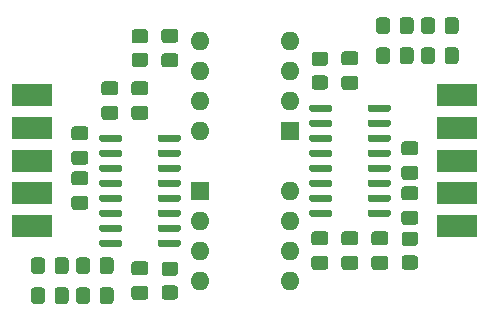
<source format=gbr>
%TF.GenerationSoftware,KiCad,Pcbnew,5.1.8*%
%TF.CreationDate,2020-11-15T10:57:14+00:00*%
%TF.ProjectId,rs232Isolator,72733233-3249-4736-9f6c-61746f722e6b,rev?*%
%TF.SameCoordinates,PX4421680PY42d7d10*%
%TF.FileFunction,Soldermask,Top*%
%TF.FilePolarity,Negative*%
%FSLAX46Y46*%
G04 Gerber Fmt 4.6, Leading zero omitted, Abs format (unit mm)*
G04 Created by KiCad (PCBNEW 5.1.8) date 2020-11-15 10:57:14*
%MOMM*%
%LPD*%
G01*
G04 APERTURE LIST*
%ADD10R,3.480000X1.846667*%
%ADD11O,1.600000X1.600000*%
%ADD12R,1.600000X1.600000*%
G04 APERTURE END LIST*
%TO.C,U4*%
G36*
G01*
X27390000Y-19295000D02*
X27390000Y-19595000D01*
G75*
G02*
X27240000Y-19745000I-150000J0D01*
G01*
X25590000Y-19745000D01*
G75*
G02*
X25440000Y-19595000I0J150000D01*
G01*
X25440000Y-19295000D01*
G75*
G02*
X25590000Y-19145000I150000J0D01*
G01*
X27240000Y-19145000D01*
G75*
G02*
X27390000Y-19295000I0J-150000D01*
G01*
G37*
G36*
G01*
X27390000Y-18025000D02*
X27390000Y-18325000D01*
G75*
G02*
X27240000Y-18475000I-150000J0D01*
G01*
X25590000Y-18475000D01*
G75*
G02*
X25440000Y-18325000I0J150000D01*
G01*
X25440000Y-18025000D01*
G75*
G02*
X25590000Y-17875000I150000J0D01*
G01*
X27240000Y-17875000D01*
G75*
G02*
X27390000Y-18025000I0J-150000D01*
G01*
G37*
G36*
G01*
X27390000Y-16755000D02*
X27390000Y-17055000D01*
G75*
G02*
X27240000Y-17205000I-150000J0D01*
G01*
X25590000Y-17205000D01*
G75*
G02*
X25440000Y-17055000I0J150000D01*
G01*
X25440000Y-16755000D01*
G75*
G02*
X25590000Y-16605000I150000J0D01*
G01*
X27240000Y-16605000D01*
G75*
G02*
X27390000Y-16755000I0J-150000D01*
G01*
G37*
G36*
G01*
X27390000Y-15485000D02*
X27390000Y-15785000D01*
G75*
G02*
X27240000Y-15935000I-150000J0D01*
G01*
X25590000Y-15935000D01*
G75*
G02*
X25440000Y-15785000I0J150000D01*
G01*
X25440000Y-15485000D01*
G75*
G02*
X25590000Y-15335000I150000J0D01*
G01*
X27240000Y-15335000D01*
G75*
G02*
X27390000Y-15485000I0J-150000D01*
G01*
G37*
G36*
G01*
X27390000Y-14215000D02*
X27390000Y-14515000D01*
G75*
G02*
X27240000Y-14665000I-150000J0D01*
G01*
X25590000Y-14665000D01*
G75*
G02*
X25440000Y-14515000I0J150000D01*
G01*
X25440000Y-14215000D01*
G75*
G02*
X25590000Y-14065000I150000J0D01*
G01*
X27240000Y-14065000D01*
G75*
G02*
X27390000Y-14215000I0J-150000D01*
G01*
G37*
G36*
G01*
X27390000Y-12945000D02*
X27390000Y-13245000D01*
G75*
G02*
X27240000Y-13395000I-150000J0D01*
G01*
X25590000Y-13395000D01*
G75*
G02*
X25440000Y-13245000I0J150000D01*
G01*
X25440000Y-12945000D01*
G75*
G02*
X25590000Y-12795000I150000J0D01*
G01*
X27240000Y-12795000D01*
G75*
G02*
X27390000Y-12945000I0J-150000D01*
G01*
G37*
G36*
G01*
X27390000Y-11675000D02*
X27390000Y-11975000D01*
G75*
G02*
X27240000Y-12125000I-150000J0D01*
G01*
X25590000Y-12125000D01*
G75*
G02*
X25440000Y-11975000I0J150000D01*
G01*
X25440000Y-11675000D01*
G75*
G02*
X25590000Y-11525000I150000J0D01*
G01*
X27240000Y-11525000D01*
G75*
G02*
X27390000Y-11675000I0J-150000D01*
G01*
G37*
G36*
G01*
X27390000Y-10405000D02*
X27390000Y-10705000D01*
G75*
G02*
X27240000Y-10855000I-150000J0D01*
G01*
X25590000Y-10855000D01*
G75*
G02*
X25440000Y-10705000I0J150000D01*
G01*
X25440000Y-10405000D01*
G75*
G02*
X25590000Y-10255000I150000J0D01*
G01*
X27240000Y-10255000D01*
G75*
G02*
X27390000Y-10405000I0J-150000D01*
G01*
G37*
G36*
G01*
X32340000Y-10405000D02*
X32340000Y-10705000D01*
G75*
G02*
X32190000Y-10855000I-150000J0D01*
G01*
X30540000Y-10855000D01*
G75*
G02*
X30390000Y-10705000I0J150000D01*
G01*
X30390000Y-10405000D01*
G75*
G02*
X30540000Y-10255000I150000J0D01*
G01*
X32190000Y-10255000D01*
G75*
G02*
X32340000Y-10405000I0J-150000D01*
G01*
G37*
G36*
G01*
X32340000Y-11675000D02*
X32340000Y-11975000D01*
G75*
G02*
X32190000Y-12125000I-150000J0D01*
G01*
X30540000Y-12125000D01*
G75*
G02*
X30390000Y-11975000I0J150000D01*
G01*
X30390000Y-11675000D01*
G75*
G02*
X30540000Y-11525000I150000J0D01*
G01*
X32190000Y-11525000D01*
G75*
G02*
X32340000Y-11675000I0J-150000D01*
G01*
G37*
G36*
G01*
X32340000Y-12945000D02*
X32340000Y-13245000D01*
G75*
G02*
X32190000Y-13395000I-150000J0D01*
G01*
X30540000Y-13395000D01*
G75*
G02*
X30390000Y-13245000I0J150000D01*
G01*
X30390000Y-12945000D01*
G75*
G02*
X30540000Y-12795000I150000J0D01*
G01*
X32190000Y-12795000D01*
G75*
G02*
X32340000Y-12945000I0J-150000D01*
G01*
G37*
G36*
G01*
X32340000Y-14215000D02*
X32340000Y-14515000D01*
G75*
G02*
X32190000Y-14665000I-150000J0D01*
G01*
X30540000Y-14665000D01*
G75*
G02*
X30390000Y-14515000I0J150000D01*
G01*
X30390000Y-14215000D01*
G75*
G02*
X30540000Y-14065000I150000J0D01*
G01*
X32190000Y-14065000D01*
G75*
G02*
X32340000Y-14215000I0J-150000D01*
G01*
G37*
G36*
G01*
X32340000Y-15485000D02*
X32340000Y-15785000D01*
G75*
G02*
X32190000Y-15935000I-150000J0D01*
G01*
X30540000Y-15935000D01*
G75*
G02*
X30390000Y-15785000I0J150000D01*
G01*
X30390000Y-15485000D01*
G75*
G02*
X30540000Y-15335000I150000J0D01*
G01*
X32190000Y-15335000D01*
G75*
G02*
X32340000Y-15485000I0J-150000D01*
G01*
G37*
G36*
G01*
X32340000Y-16755000D02*
X32340000Y-17055000D01*
G75*
G02*
X32190000Y-17205000I-150000J0D01*
G01*
X30540000Y-17205000D01*
G75*
G02*
X30390000Y-17055000I0J150000D01*
G01*
X30390000Y-16755000D01*
G75*
G02*
X30540000Y-16605000I150000J0D01*
G01*
X32190000Y-16605000D01*
G75*
G02*
X32340000Y-16755000I0J-150000D01*
G01*
G37*
G36*
G01*
X32340000Y-18025000D02*
X32340000Y-18325000D01*
G75*
G02*
X32190000Y-18475000I-150000J0D01*
G01*
X30540000Y-18475000D01*
G75*
G02*
X30390000Y-18325000I0J150000D01*
G01*
X30390000Y-18025000D01*
G75*
G02*
X30540000Y-17875000I150000J0D01*
G01*
X32190000Y-17875000D01*
G75*
G02*
X32340000Y-18025000I0J-150000D01*
G01*
G37*
G36*
G01*
X32340000Y-19295000D02*
X32340000Y-19595000D01*
G75*
G02*
X32190000Y-19745000I-150000J0D01*
G01*
X30540000Y-19745000D01*
G75*
G02*
X30390000Y-19595000I0J150000D01*
G01*
X30390000Y-19295000D01*
G75*
G02*
X30540000Y-19145000I150000J0D01*
G01*
X32190000Y-19145000D01*
G75*
G02*
X32340000Y-19295000I0J-150000D01*
G01*
G37*
%TD*%
%TO.C,U1*%
G36*
G01*
X12610000Y-13245000D02*
X12610000Y-12945000D01*
G75*
G02*
X12760000Y-12795000I150000J0D01*
G01*
X14410000Y-12795000D01*
G75*
G02*
X14560000Y-12945000I0J-150000D01*
G01*
X14560000Y-13245000D01*
G75*
G02*
X14410000Y-13395000I-150000J0D01*
G01*
X12760000Y-13395000D01*
G75*
G02*
X12610000Y-13245000I0J150000D01*
G01*
G37*
G36*
G01*
X12610000Y-14515000D02*
X12610000Y-14215000D01*
G75*
G02*
X12760000Y-14065000I150000J0D01*
G01*
X14410000Y-14065000D01*
G75*
G02*
X14560000Y-14215000I0J-150000D01*
G01*
X14560000Y-14515000D01*
G75*
G02*
X14410000Y-14665000I-150000J0D01*
G01*
X12760000Y-14665000D01*
G75*
G02*
X12610000Y-14515000I0J150000D01*
G01*
G37*
G36*
G01*
X12610000Y-15785000D02*
X12610000Y-15485000D01*
G75*
G02*
X12760000Y-15335000I150000J0D01*
G01*
X14410000Y-15335000D01*
G75*
G02*
X14560000Y-15485000I0J-150000D01*
G01*
X14560000Y-15785000D01*
G75*
G02*
X14410000Y-15935000I-150000J0D01*
G01*
X12760000Y-15935000D01*
G75*
G02*
X12610000Y-15785000I0J150000D01*
G01*
G37*
G36*
G01*
X12610000Y-17055000D02*
X12610000Y-16755000D01*
G75*
G02*
X12760000Y-16605000I150000J0D01*
G01*
X14410000Y-16605000D01*
G75*
G02*
X14560000Y-16755000I0J-150000D01*
G01*
X14560000Y-17055000D01*
G75*
G02*
X14410000Y-17205000I-150000J0D01*
G01*
X12760000Y-17205000D01*
G75*
G02*
X12610000Y-17055000I0J150000D01*
G01*
G37*
G36*
G01*
X12610000Y-18325000D02*
X12610000Y-18025000D01*
G75*
G02*
X12760000Y-17875000I150000J0D01*
G01*
X14410000Y-17875000D01*
G75*
G02*
X14560000Y-18025000I0J-150000D01*
G01*
X14560000Y-18325000D01*
G75*
G02*
X14410000Y-18475000I-150000J0D01*
G01*
X12760000Y-18475000D01*
G75*
G02*
X12610000Y-18325000I0J150000D01*
G01*
G37*
G36*
G01*
X12610000Y-19595000D02*
X12610000Y-19295000D01*
G75*
G02*
X12760000Y-19145000I150000J0D01*
G01*
X14410000Y-19145000D01*
G75*
G02*
X14560000Y-19295000I0J-150000D01*
G01*
X14560000Y-19595000D01*
G75*
G02*
X14410000Y-19745000I-150000J0D01*
G01*
X12760000Y-19745000D01*
G75*
G02*
X12610000Y-19595000I0J150000D01*
G01*
G37*
G36*
G01*
X12610000Y-20865000D02*
X12610000Y-20565000D01*
G75*
G02*
X12760000Y-20415000I150000J0D01*
G01*
X14410000Y-20415000D01*
G75*
G02*
X14560000Y-20565000I0J-150000D01*
G01*
X14560000Y-20865000D01*
G75*
G02*
X14410000Y-21015000I-150000J0D01*
G01*
X12760000Y-21015000D01*
G75*
G02*
X12610000Y-20865000I0J150000D01*
G01*
G37*
G36*
G01*
X12610000Y-22135000D02*
X12610000Y-21835000D01*
G75*
G02*
X12760000Y-21685000I150000J0D01*
G01*
X14410000Y-21685000D01*
G75*
G02*
X14560000Y-21835000I0J-150000D01*
G01*
X14560000Y-22135000D01*
G75*
G02*
X14410000Y-22285000I-150000J0D01*
G01*
X12760000Y-22285000D01*
G75*
G02*
X12610000Y-22135000I0J150000D01*
G01*
G37*
G36*
G01*
X7660000Y-22135000D02*
X7660000Y-21835000D01*
G75*
G02*
X7810000Y-21685000I150000J0D01*
G01*
X9460000Y-21685000D01*
G75*
G02*
X9610000Y-21835000I0J-150000D01*
G01*
X9610000Y-22135000D01*
G75*
G02*
X9460000Y-22285000I-150000J0D01*
G01*
X7810000Y-22285000D01*
G75*
G02*
X7660000Y-22135000I0J150000D01*
G01*
G37*
G36*
G01*
X7660000Y-20865000D02*
X7660000Y-20565000D01*
G75*
G02*
X7810000Y-20415000I150000J0D01*
G01*
X9460000Y-20415000D01*
G75*
G02*
X9610000Y-20565000I0J-150000D01*
G01*
X9610000Y-20865000D01*
G75*
G02*
X9460000Y-21015000I-150000J0D01*
G01*
X7810000Y-21015000D01*
G75*
G02*
X7660000Y-20865000I0J150000D01*
G01*
G37*
G36*
G01*
X7660000Y-19595000D02*
X7660000Y-19295000D01*
G75*
G02*
X7810000Y-19145000I150000J0D01*
G01*
X9460000Y-19145000D01*
G75*
G02*
X9610000Y-19295000I0J-150000D01*
G01*
X9610000Y-19595000D01*
G75*
G02*
X9460000Y-19745000I-150000J0D01*
G01*
X7810000Y-19745000D01*
G75*
G02*
X7660000Y-19595000I0J150000D01*
G01*
G37*
G36*
G01*
X7660000Y-18325000D02*
X7660000Y-18025000D01*
G75*
G02*
X7810000Y-17875000I150000J0D01*
G01*
X9460000Y-17875000D01*
G75*
G02*
X9610000Y-18025000I0J-150000D01*
G01*
X9610000Y-18325000D01*
G75*
G02*
X9460000Y-18475000I-150000J0D01*
G01*
X7810000Y-18475000D01*
G75*
G02*
X7660000Y-18325000I0J150000D01*
G01*
G37*
G36*
G01*
X7660000Y-17055000D02*
X7660000Y-16755000D01*
G75*
G02*
X7810000Y-16605000I150000J0D01*
G01*
X9460000Y-16605000D01*
G75*
G02*
X9610000Y-16755000I0J-150000D01*
G01*
X9610000Y-17055000D01*
G75*
G02*
X9460000Y-17205000I-150000J0D01*
G01*
X7810000Y-17205000D01*
G75*
G02*
X7660000Y-17055000I0J150000D01*
G01*
G37*
G36*
G01*
X7660000Y-15785000D02*
X7660000Y-15485000D01*
G75*
G02*
X7810000Y-15335000I150000J0D01*
G01*
X9460000Y-15335000D01*
G75*
G02*
X9610000Y-15485000I0J-150000D01*
G01*
X9610000Y-15785000D01*
G75*
G02*
X9460000Y-15935000I-150000J0D01*
G01*
X7810000Y-15935000D01*
G75*
G02*
X7660000Y-15785000I0J150000D01*
G01*
G37*
G36*
G01*
X7660000Y-14515000D02*
X7660000Y-14215000D01*
G75*
G02*
X7810000Y-14065000I150000J0D01*
G01*
X9460000Y-14065000D01*
G75*
G02*
X9610000Y-14215000I0J-150000D01*
G01*
X9610000Y-14515000D01*
G75*
G02*
X9460000Y-14665000I-150000J0D01*
G01*
X7810000Y-14665000D01*
G75*
G02*
X7660000Y-14515000I0J150000D01*
G01*
G37*
G36*
G01*
X7660000Y-13245000D02*
X7660000Y-12945000D01*
G75*
G02*
X7810000Y-12795000I150000J0D01*
G01*
X9460000Y-12795000D01*
G75*
G02*
X9610000Y-12945000I0J-150000D01*
G01*
X9610000Y-13245000D01*
G75*
G02*
X9460000Y-13395000I-150000J0D01*
G01*
X7810000Y-13395000D01*
G75*
G02*
X7660000Y-13245000I0J150000D01*
G01*
G37*
%TD*%
D10*
%TO.C,J2*%
X38000000Y-20540000D03*
X38000000Y-17770000D03*
X38000000Y-15000000D03*
X38000000Y-12230000D03*
X38000000Y-9460000D03*
%TD*%
D11*
%TO.C,U3*%
X16190000Y-12460000D03*
X23810000Y-4840000D03*
X16190000Y-9920000D03*
X23810000Y-7380000D03*
X16190000Y-7380000D03*
X23810000Y-9920000D03*
X16190000Y-4840000D03*
D12*
X23810000Y-12460000D03*
%TD*%
D11*
%TO.C,U2*%
X23810000Y-17540000D03*
X16190000Y-25160000D03*
X23810000Y-20080000D03*
X16190000Y-22620000D03*
X23810000Y-22620000D03*
X16190000Y-20080000D03*
X23810000Y-25160000D03*
D12*
X16190000Y-17540000D03*
%TD*%
%TO.C,R12*%
G36*
G01*
X36110000Y-5659999D02*
X36110000Y-6560001D01*
G75*
G02*
X35860001Y-6810000I-249999J0D01*
G01*
X35159999Y-6810000D01*
G75*
G02*
X34910000Y-6560001I0J249999D01*
G01*
X34910000Y-5659999D01*
G75*
G02*
X35159999Y-5410000I249999J0D01*
G01*
X35860001Y-5410000D01*
G75*
G02*
X36110000Y-5659999I0J-249999D01*
G01*
G37*
G36*
G01*
X38110000Y-5659999D02*
X38110000Y-6560001D01*
G75*
G02*
X37860001Y-6810000I-249999J0D01*
G01*
X37159999Y-6810000D01*
G75*
G02*
X36910000Y-6560001I0J249999D01*
G01*
X36910000Y-5659999D01*
G75*
G02*
X37159999Y-5410000I249999J0D01*
G01*
X37860001Y-5410000D01*
G75*
G02*
X38110000Y-5659999I0J-249999D01*
G01*
G37*
%TD*%
%TO.C,R11*%
G36*
G01*
X33100000Y-6560001D02*
X33100000Y-5659999D01*
G75*
G02*
X33349999Y-5410000I249999J0D01*
G01*
X34050001Y-5410000D01*
G75*
G02*
X34300000Y-5659999I0J-249999D01*
G01*
X34300000Y-6560001D01*
G75*
G02*
X34050001Y-6810000I-249999J0D01*
G01*
X33349999Y-6810000D01*
G75*
G02*
X33100000Y-6560001I0J249999D01*
G01*
G37*
G36*
G01*
X31100000Y-6560001D02*
X31100000Y-5659999D01*
G75*
G02*
X31349999Y-5410000I249999J0D01*
G01*
X32050001Y-5410000D01*
G75*
G02*
X32300000Y-5659999I0J-249999D01*
G01*
X32300000Y-6560001D01*
G75*
G02*
X32050001Y-6810000I-249999J0D01*
G01*
X31349999Y-6810000D01*
G75*
G02*
X31100000Y-6560001I0J249999D01*
G01*
G37*
%TD*%
%TO.C,R10*%
G36*
G01*
X36110000Y-3119999D02*
X36110000Y-4020001D01*
G75*
G02*
X35860001Y-4270000I-249999J0D01*
G01*
X35159999Y-4270000D01*
G75*
G02*
X34910000Y-4020001I0J249999D01*
G01*
X34910000Y-3119999D01*
G75*
G02*
X35159999Y-2870000I249999J0D01*
G01*
X35860001Y-2870000D01*
G75*
G02*
X36110000Y-3119999I0J-249999D01*
G01*
G37*
G36*
G01*
X38110000Y-3119999D02*
X38110000Y-4020001D01*
G75*
G02*
X37860001Y-4270000I-249999J0D01*
G01*
X37159999Y-4270000D01*
G75*
G02*
X36910000Y-4020001I0J249999D01*
G01*
X36910000Y-3119999D01*
G75*
G02*
X37159999Y-2870000I249999J0D01*
G01*
X37860001Y-2870000D01*
G75*
G02*
X38110000Y-3119999I0J-249999D01*
G01*
G37*
%TD*%
%TO.C,R9*%
G36*
G01*
X33100000Y-4020001D02*
X33100000Y-3119999D01*
G75*
G02*
X33349999Y-2870000I249999J0D01*
G01*
X34050001Y-2870000D01*
G75*
G02*
X34300000Y-3119999I0J-249999D01*
G01*
X34300000Y-4020001D01*
G75*
G02*
X34050001Y-4270000I-249999J0D01*
G01*
X33349999Y-4270000D01*
G75*
G02*
X33100000Y-4020001I0J249999D01*
G01*
G37*
G36*
G01*
X31100000Y-4020001D02*
X31100000Y-3119999D01*
G75*
G02*
X31349999Y-2870000I249999J0D01*
G01*
X32050001Y-2870000D01*
G75*
G02*
X32300000Y-3119999I0J-249999D01*
G01*
X32300000Y-4020001D01*
G75*
G02*
X32050001Y-4270000I-249999J0D01*
G01*
X31349999Y-4270000D01*
G75*
G02*
X31100000Y-4020001I0J249999D01*
G01*
G37*
%TD*%
%TO.C,R8*%
G36*
G01*
X26800001Y-6980000D02*
X25899999Y-6980000D01*
G75*
G02*
X25650000Y-6730001I0J249999D01*
G01*
X25650000Y-6029999D01*
G75*
G02*
X25899999Y-5780000I249999J0D01*
G01*
X26800001Y-5780000D01*
G75*
G02*
X27050000Y-6029999I0J-249999D01*
G01*
X27050000Y-6730001D01*
G75*
G02*
X26800001Y-6980000I-249999J0D01*
G01*
G37*
G36*
G01*
X26800001Y-8980000D02*
X25899999Y-8980000D01*
G75*
G02*
X25650000Y-8730001I0J249999D01*
G01*
X25650000Y-8029999D01*
G75*
G02*
X25899999Y-7780000I249999J0D01*
G01*
X26800001Y-7780000D01*
G75*
G02*
X27050000Y-8029999I0J-249999D01*
G01*
X27050000Y-8730001D01*
G75*
G02*
X26800001Y-8980000I-249999J0D01*
G01*
G37*
%TD*%
%TO.C,R7*%
G36*
G01*
X33519999Y-23020000D02*
X34420001Y-23020000D01*
G75*
G02*
X34670000Y-23269999I0J-249999D01*
G01*
X34670000Y-23970001D01*
G75*
G02*
X34420001Y-24220000I-249999J0D01*
G01*
X33519999Y-24220000D01*
G75*
G02*
X33270000Y-23970001I0J249999D01*
G01*
X33270000Y-23269999D01*
G75*
G02*
X33519999Y-23020000I249999J0D01*
G01*
G37*
G36*
G01*
X33519999Y-21020000D02*
X34420001Y-21020000D01*
G75*
G02*
X34670000Y-21269999I0J-249999D01*
G01*
X34670000Y-21970001D01*
G75*
G02*
X34420001Y-22220000I-249999J0D01*
G01*
X33519999Y-22220000D01*
G75*
G02*
X33270000Y-21970001I0J249999D01*
G01*
X33270000Y-21269999D01*
G75*
G02*
X33519999Y-21020000I249999J0D01*
G01*
G37*
%TD*%
%TO.C,R6*%
G36*
G01*
X10659999Y-5875000D02*
X11560001Y-5875000D01*
G75*
G02*
X11810000Y-6124999I0J-249999D01*
G01*
X11810000Y-6825001D01*
G75*
G02*
X11560001Y-7075000I-249999J0D01*
G01*
X10659999Y-7075000D01*
G75*
G02*
X10410000Y-6825001I0J249999D01*
G01*
X10410000Y-6124999D01*
G75*
G02*
X10659999Y-5875000I249999J0D01*
G01*
G37*
G36*
G01*
X10659999Y-3875000D02*
X11560001Y-3875000D01*
G75*
G02*
X11810000Y-4124999I0J-249999D01*
G01*
X11810000Y-4825001D01*
G75*
G02*
X11560001Y-5075000I-249999J0D01*
G01*
X10659999Y-5075000D01*
G75*
G02*
X10410000Y-4825001I0J249999D01*
G01*
X10410000Y-4124999D01*
G75*
G02*
X10659999Y-3875000I249999J0D01*
G01*
G37*
%TD*%
%TO.C,R5*%
G36*
G01*
X13199999Y-25560000D02*
X14100001Y-25560000D01*
G75*
G02*
X14350000Y-25809999I0J-249999D01*
G01*
X14350000Y-26510001D01*
G75*
G02*
X14100001Y-26760000I-249999J0D01*
G01*
X13199999Y-26760000D01*
G75*
G02*
X12950000Y-26510001I0J249999D01*
G01*
X12950000Y-25809999D01*
G75*
G02*
X13199999Y-25560000I249999J0D01*
G01*
G37*
G36*
G01*
X13199999Y-23560000D02*
X14100001Y-23560000D01*
G75*
G02*
X14350000Y-23809999I0J-249999D01*
G01*
X14350000Y-24510001D01*
G75*
G02*
X14100001Y-24760000I-249999J0D01*
G01*
X13199999Y-24760000D01*
G75*
G02*
X12950000Y-24510001I0J249999D01*
G01*
X12950000Y-23809999D01*
G75*
G02*
X13199999Y-23560000I249999J0D01*
G01*
G37*
%TD*%
%TO.C,R4*%
G36*
G01*
X6900000Y-23439999D02*
X6900000Y-24340001D01*
G75*
G02*
X6650001Y-24590000I-249999J0D01*
G01*
X5949999Y-24590000D01*
G75*
G02*
X5700000Y-24340001I0J249999D01*
G01*
X5700000Y-23439999D01*
G75*
G02*
X5949999Y-23190000I249999J0D01*
G01*
X6650001Y-23190000D01*
G75*
G02*
X6900000Y-23439999I0J-249999D01*
G01*
G37*
G36*
G01*
X8900000Y-23439999D02*
X8900000Y-24340001D01*
G75*
G02*
X8650001Y-24590000I-249999J0D01*
G01*
X7949999Y-24590000D01*
G75*
G02*
X7700000Y-24340001I0J249999D01*
G01*
X7700000Y-23439999D01*
G75*
G02*
X7949999Y-23190000I249999J0D01*
G01*
X8650001Y-23190000D01*
G75*
G02*
X8900000Y-23439999I0J-249999D01*
G01*
G37*
%TD*%
%TO.C,R3*%
G36*
G01*
X3890000Y-24340001D02*
X3890000Y-23439999D01*
G75*
G02*
X4139999Y-23190000I249999J0D01*
G01*
X4840001Y-23190000D01*
G75*
G02*
X5090000Y-23439999I0J-249999D01*
G01*
X5090000Y-24340001D01*
G75*
G02*
X4840001Y-24590000I-249999J0D01*
G01*
X4139999Y-24590000D01*
G75*
G02*
X3890000Y-24340001I0J249999D01*
G01*
G37*
G36*
G01*
X1890000Y-24340001D02*
X1890000Y-23439999D01*
G75*
G02*
X2139999Y-23190000I249999J0D01*
G01*
X2840001Y-23190000D01*
G75*
G02*
X3090000Y-23439999I0J-249999D01*
G01*
X3090000Y-24340001D01*
G75*
G02*
X2840001Y-24590000I-249999J0D01*
G01*
X2139999Y-24590000D01*
G75*
G02*
X1890000Y-24340001I0J249999D01*
G01*
G37*
%TD*%
%TO.C,R2*%
G36*
G01*
X6900000Y-25979999D02*
X6900000Y-26880001D01*
G75*
G02*
X6650001Y-27130000I-249999J0D01*
G01*
X5949999Y-27130000D01*
G75*
G02*
X5700000Y-26880001I0J249999D01*
G01*
X5700000Y-25979999D01*
G75*
G02*
X5949999Y-25730000I249999J0D01*
G01*
X6650001Y-25730000D01*
G75*
G02*
X6900000Y-25979999I0J-249999D01*
G01*
G37*
G36*
G01*
X8900000Y-25979999D02*
X8900000Y-26880001D01*
G75*
G02*
X8650001Y-27130000I-249999J0D01*
G01*
X7949999Y-27130000D01*
G75*
G02*
X7700000Y-26880001I0J249999D01*
G01*
X7700000Y-25979999D01*
G75*
G02*
X7949999Y-25730000I249999J0D01*
G01*
X8650001Y-25730000D01*
G75*
G02*
X8900000Y-25979999I0J-249999D01*
G01*
G37*
%TD*%
%TO.C,R1*%
G36*
G01*
X3890000Y-26880001D02*
X3890000Y-25979999D01*
G75*
G02*
X4139999Y-25730000I249999J0D01*
G01*
X4840001Y-25730000D01*
G75*
G02*
X5090000Y-25979999I0J-249999D01*
G01*
X5090000Y-26880001D01*
G75*
G02*
X4840001Y-27130000I-249999J0D01*
G01*
X4139999Y-27130000D01*
G75*
G02*
X3890000Y-26880001I0J249999D01*
G01*
G37*
G36*
G01*
X1890000Y-26880001D02*
X1890000Y-25979999D01*
G75*
G02*
X2139999Y-25730000I249999J0D01*
G01*
X2840001Y-25730000D01*
G75*
G02*
X3090000Y-25979999I0J-249999D01*
G01*
X3090000Y-26880001D01*
G75*
G02*
X2840001Y-27130000I-249999J0D01*
G01*
X2139999Y-27130000D01*
G75*
G02*
X1890000Y-26880001I0J249999D01*
G01*
G37*
%TD*%
D10*
%TO.C,J1*%
X2000000Y-20540000D03*
X2000000Y-17770000D03*
X2000000Y-15000000D03*
X2000000Y-12230000D03*
X2000000Y-9460000D03*
%TD*%
%TO.C,C12*%
G36*
G01*
X29365000Y-6930000D02*
X28415000Y-6930000D01*
G75*
G02*
X28165000Y-6680000I0J250000D01*
G01*
X28165000Y-6005000D01*
G75*
G02*
X28415000Y-5755000I250000J0D01*
G01*
X29365000Y-5755000D01*
G75*
G02*
X29615000Y-6005000I0J-250000D01*
G01*
X29615000Y-6680000D01*
G75*
G02*
X29365000Y-6930000I-250000J0D01*
G01*
G37*
G36*
G01*
X29365000Y-9005000D02*
X28415000Y-9005000D01*
G75*
G02*
X28165000Y-8755000I0J250000D01*
G01*
X28165000Y-8080000D01*
G75*
G02*
X28415000Y-7830000I250000J0D01*
G01*
X29365000Y-7830000D01*
G75*
G02*
X29615000Y-8080000I0J-250000D01*
G01*
X29615000Y-8755000D01*
G75*
G02*
X29365000Y-9005000I-250000J0D01*
G01*
G37*
%TD*%
%TO.C,C11*%
G36*
G01*
X34445000Y-14550000D02*
X33495000Y-14550000D01*
G75*
G02*
X33245000Y-14300000I0J250000D01*
G01*
X33245000Y-13625000D01*
G75*
G02*
X33495000Y-13375000I250000J0D01*
G01*
X34445000Y-13375000D01*
G75*
G02*
X34695000Y-13625000I0J-250000D01*
G01*
X34695000Y-14300000D01*
G75*
G02*
X34445000Y-14550000I-250000J0D01*
G01*
G37*
G36*
G01*
X34445000Y-16625000D02*
X33495000Y-16625000D01*
G75*
G02*
X33245000Y-16375000I0J250000D01*
G01*
X33245000Y-15700000D01*
G75*
G02*
X33495000Y-15450000I250000J0D01*
G01*
X34445000Y-15450000D01*
G75*
G02*
X34695000Y-15700000I0J-250000D01*
G01*
X34695000Y-16375000D01*
G75*
G02*
X34445000Y-16625000I-250000J0D01*
G01*
G37*
%TD*%
%TO.C,C10*%
G36*
G01*
X33495000Y-19260000D02*
X34445000Y-19260000D01*
G75*
G02*
X34695000Y-19510000I0J-250000D01*
G01*
X34695000Y-20185000D01*
G75*
G02*
X34445000Y-20435000I-250000J0D01*
G01*
X33495000Y-20435000D01*
G75*
G02*
X33245000Y-20185000I0J250000D01*
G01*
X33245000Y-19510000D01*
G75*
G02*
X33495000Y-19260000I250000J0D01*
G01*
G37*
G36*
G01*
X33495000Y-17185000D02*
X34445000Y-17185000D01*
G75*
G02*
X34695000Y-17435000I0J-250000D01*
G01*
X34695000Y-18110000D01*
G75*
G02*
X34445000Y-18360000I-250000J0D01*
G01*
X33495000Y-18360000D01*
G75*
G02*
X33245000Y-18110000I0J250000D01*
G01*
X33245000Y-17435000D01*
G75*
G02*
X33495000Y-17185000I250000J0D01*
G01*
G37*
%TD*%
%TO.C,C9*%
G36*
G01*
X28415000Y-23070000D02*
X29365000Y-23070000D01*
G75*
G02*
X29615000Y-23320000I0J-250000D01*
G01*
X29615000Y-23995000D01*
G75*
G02*
X29365000Y-24245000I-250000J0D01*
G01*
X28415000Y-24245000D01*
G75*
G02*
X28165000Y-23995000I0J250000D01*
G01*
X28165000Y-23320000D01*
G75*
G02*
X28415000Y-23070000I250000J0D01*
G01*
G37*
G36*
G01*
X28415000Y-20995000D02*
X29365000Y-20995000D01*
G75*
G02*
X29615000Y-21245000I0J-250000D01*
G01*
X29615000Y-21920000D01*
G75*
G02*
X29365000Y-22170000I-250000J0D01*
G01*
X28415000Y-22170000D01*
G75*
G02*
X28165000Y-21920000I0J250000D01*
G01*
X28165000Y-21245000D01*
G75*
G02*
X28415000Y-20995000I250000J0D01*
G01*
G37*
%TD*%
%TO.C,C8*%
G36*
G01*
X30955000Y-23070000D02*
X31905000Y-23070000D01*
G75*
G02*
X32155000Y-23320000I0J-250000D01*
G01*
X32155000Y-23995000D01*
G75*
G02*
X31905000Y-24245000I-250000J0D01*
G01*
X30955000Y-24245000D01*
G75*
G02*
X30705000Y-23995000I0J250000D01*
G01*
X30705000Y-23320000D01*
G75*
G02*
X30955000Y-23070000I250000J0D01*
G01*
G37*
G36*
G01*
X30955000Y-20995000D02*
X31905000Y-20995000D01*
G75*
G02*
X32155000Y-21245000I0J-250000D01*
G01*
X32155000Y-21920000D01*
G75*
G02*
X31905000Y-22170000I-250000J0D01*
G01*
X30955000Y-22170000D01*
G75*
G02*
X30705000Y-21920000I0J250000D01*
G01*
X30705000Y-21245000D01*
G75*
G02*
X30955000Y-20995000I250000J0D01*
G01*
G37*
%TD*%
%TO.C,C7*%
G36*
G01*
X25875000Y-23070000D02*
X26825000Y-23070000D01*
G75*
G02*
X27075000Y-23320000I0J-250000D01*
G01*
X27075000Y-23995000D01*
G75*
G02*
X26825000Y-24245000I-250000J0D01*
G01*
X25875000Y-24245000D01*
G75*
G02*
X25625000Y-23995000I0J250000D01*
G01*
X25625000Y-23320000D01*
G75*
G02*
X25875000Y-23070000I250000J0D01*
G01*
G37*
G36*
G01*
X25875000Y-20995000D02*
X26825000Y-20995000D01*
G75*
G02*
X27075000Y-21245000I0J-250000D01*
G01*
X27075000Y-21920000D01*
G75*
G02*
X26825000Y-22170000I-250000J0D01*
G01*
X25875000Y-22170000D01*
G75*
G02*
X25625000Y-21920000I0J250000D01*
G01*
X25625000Y-21245000D01*
G75*
G02*
X25875000Y-20995000I250000J0D01*
G01*
G37*
%TD*%
%TO.C,C6*%
G36*
G01*
X14125000Y-5025000D02*
X13175000Y-5025000D01*
G75*
G02*
X12925000Y-4775000I0J250000D01*
G01*
X12925000Y-4100000D01*
G75*
G02*
X13175000Y-3850000I250000J0D01*
G01*
X14125000Y-3850000D01*
G75*
G02*
X14375000Y-4100000I0J-250000D01*
G01*
X14375000Y-4775000D01*
G75*
G02*
X14125000Y-5025000I-250000J0D01*
G01*
G37*
G36*
G01*
X14125000Y-7100000D02*
X13175000Y-7100000D01*
G75*
G02*
X12925000Y-6850000I0J250000D01*
G01*
X12925000Y-6175000D01*
G75*
G02*
X13175000Y-5925000I250000J0D01*
G01*
X14125000Y-5925000D01*
G75*
G02*
X14375000Y-6175000I0J-250000D01*
G01*
X14375000Y-6850000D01*
G75*
G02*
X14125000Y-7100000I-250000J0D01*
G01*
G37*
%TD*%
%TO.C,C5*%
G36*
G01*
X10635000Y-10370000D02*
X11585000Y-10370000D01*
G75*
G02*
X11835000Y-10620000I0J-250000D01*
G01*
X11835000Y-11295000D01*
G75*
G02*
X11585000Y-11545000I-250000J0D01*
G01*
X10635000Y-11545000D01*
G75*
G02*
X10385000Y-11295000I0J250000D01*
G01*
X10385000Y-10620000D01*
G75*
G02*
X10635000Y-10370000I250000J0D01*
G01*
G37*
G36*
G01*
X10635000Y-8295000D02*
X11585000Y-8295000D01*
G75*
G02*
X11835000Y-8545000I0J-250000D01*
G01*
X11835000Y-9220000D01*
G75*
G02*
X11585000Y-9470000I-250000J0D01*
G01*
X10635000Y-9470000D01*
G75*
G02*
X10385000Y-9220000I0J250000D01*
G01*
X10385000Y-8545000D01*
G75*
G02*
X10635000Y-8295000I250000J0D01*
G01*
G37*
%TD*%
%TO.C,C4*%
G36*
G01*
X6505000Y-13280000D02*
X5555000Y-13280000D01*
G75*
G02*
X5305000Y-13030000I0J250000D01*
G01*
X5305000Y-12355000D01*
G75*
G02*
X5555000Y-12105000I250000J0D01*
G01*
X6505000Y-12105000D01*
G75*
G02*
X6755000Y-12355000I0J-250000D01*
G01*
X6755000Y-13030000D01*
G75*
G02*
X6505000Y-13280000I-250000J0D01*
G01*
G37*
G36*
G01*
X6505000Y-15355000D02*
X5555000Y-15355000D01*
G75*
G02*
X5305000Y-15105000I0J250000D01*
G01*
X5305000Y-14430000D01*
G75*
G02*
X5555000Y-14180000I250000J0D01*
G01*
X6505000Y-14180000D01*
G75*
G02*
X6755000Y-14430000I0J-250000D01*
G01*
X6755000Y-15105000D01*
G75*
G02*
X6505000Y-15355000I-250000J0D01*
G01*
G37*
%TD*%
%TO.C,C3*%
G36*
G01*
X10635000Y-25610000D02*
X11585000Y-25610000D01*
G75*
G02*
X11835000Y-25860000I0J-250000D01*
G01*
X11835000Y-26535000D01*
G75*
G02*
X11585000Y-26785000I-250000J0D01*
G01*
X10635000Y-26785000D01*
G75*
G02*
X10385000Y-26535000I0J250000D01*
G01*
X10385000Y-25860000D01*
G75*
G02*
X10635000Y-25610000I250000J0D01*
G01*
G37*
G36*
G01*
X10635000Y-23535000D02*
X11585000Y-23535000D01*
G75*
G02*
X11835000Y-23785000I0J-250000D01*
G01*
X11835000Y-24460000D01*
G75*
G02*
X11585000Y-24710000I-250000J0D01*
G01*
X10635000Y-24710000D01*
G75*
G02*
X10385000Y-24460000I0J250000D01*
G01*
X10385000Y-23785000D01*
G75*
G02*
X10635000Y-23535000I250000J0D01*
G01*
G37*
%TD*%
%TO.C,C2*%
G36*
G01*
X5555000Y-17990000D02*
X6505000Y-17990000D01*
G75*
G02*
X6755000Y-18240000I0J-250000D01*
G01*
X6755000Y-18915000D01*
G75*
G02*
X6505000Y-19165000I-250000J0D01*
G01*
X5555000Y-19165000D01*
G75*
G02*
X5305000Y-18915000I0J250000D01*
G01*
X5305000Y-18240000D01*
G75*
G02*
X5555000Y-17990000I250000J0D01*
G01*
G37*
G36*
G01*
X5555000Y-15915000D02*
X6505000Y-15915000D01*
G75*
G02*
X6755000Y-16165000I0J-250000D01*
G01*
X6755000Y-16840000D01*
G75*
G02*
X6505000Y-17090000I-250000J0D01*
G01*
X5555000Y-17090000D01*
G75*
G02*
X5305000Y-16840000I0J250000D01*
G01*
X5305000Y-16165000D01*
G75*
G02*
X5555000Y-15915000I250000J0D01*
G01*
G37*
%TD*%
%TO.C,C1*%
G36*
G01*
X9045000Y-9470000D02*
X8095000Y-9470000D01*
G75*
G02*
X7845000Y-9220000I0J250000D01*
G01*
X7845000Y-8545000D01*
G75*
G02*
X8095000Y-8295000I250000J0D01*
G01*
X9045000Y-8295000D01*
G75*
G02*
X9295000Y-8545000I0J-250000D01*
G01*
X9295000Y-9220000D01*
G75*
G02*
X9045000Y-9470000I-250000J0D01*
G01*
G37*
G36*
G01*
X9045000Y-11545000D02*
X8095000Y-11545000D01*
G75*
G02*
X7845000Y-11295000I0J250000D01*
G01*
X7845000Y-10620000D01*
G75*
G02*
X8095000Y-10370000I250000J0D01*
G01*
X9045000Y-10370000D01*
G75*
G02*
X9295000Y-10620000I0J-250000D01*
G01*
X9295000Y-11295000D01*
G75*
G02*
X9045000Y-11545000I-250000J0D01*
G01*
G37*
%TD*%
M02*

</source>
